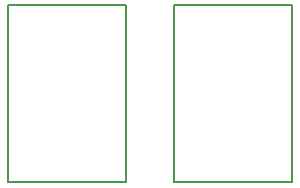
<source format=gbr>
G04 #@! TF.GenerationSoftware,KiCad,Pcbnew,7.0.2-0*
G04 #@! TF.CreationDate,2023-08-02T16:30:41+09:00*
G04 #@! TF.ProjectId,touch_board2,746f7563-685f-4626-9f61-7264322e6b69,rev?*
G04 #@! TF.SameCoordinates,Original*
G04 #@! TF.FileFunction,Profile,NP*
%FSLAX46Y46*%
G04 Gerber Fmt 4.6, Leading zero omitted, Abs format (unit mm)*
G04 Created by KiCad (PCBNEW 7.0.2-0) date 2023-08-02 16:30:41*
%MOMM*%
%LPD*%
G01*
G04 APERTURE LIST*
G04 #@! TA.AperFunction,Profile*
%ADD10C,0.200000*%
G04 #@! TD*
G04 APERTURE END LIST*
D10*
X128000000Y-115000000D02*
X138000000Y-115000000D01*
X128000000Y-100000000D02*
X128000000Y-115000000D01*
X138000000Y-100000000D02*
X128000000Y-100000000D01*
X138000000Y-115000000D02*
X138000000Y-100000000D01*
X142000000Y-115000000D02*
X152000000Y-115000000D01*
X142000000Y-100000000D02*
X142000000Y-115000000D01*
X152000000Y-100000000D02*
X142000000Y-100000000D01*
X152000000Y-115000000D02*
X152000000Y-100000000D01*
M02*

</source>
